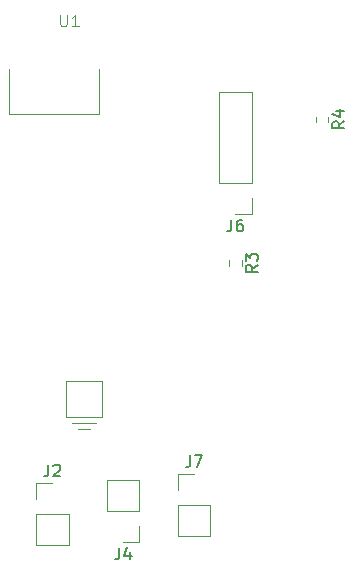
<source format=gbr>
%TF.GenerationSoftware,KiCad,Pcbnew,9.0.6*%
%TF.CreationDate,2026-02-24T10:32:46-08:00*%
%TF.ProjectId,techin514_final_sensor_pcb,74656368-696e-4353-9134-5f66696e616c,v0.1(draft)*%
%TF.SameCoordinates,Original*%
%TF.FileFunction,Legend,Top*%
%TF.FilePolarity,Positive*%
%FSLAX46Y46*%
G04 Gerber Fmt 4.6, Leading zero omitted, Abs format (unit mm)*
G04 Created by KiCad (PCBNEW 9.0.6) date 2026-02-24 10:32:46*
%MOMM*%
%LPD*%
G01*
G04 APERTURE LIST*
%ADD10C,0.150000*%
%ADD11C,0.100000*%
%ADD12C,0.120000*%
G04 APERTURE END LIST*
D10*
X228731327Y-155438819D02*
X228731327Y-156153104D01*
X228731327Y-156153104D02*
X228683708Y-156295961D01*
X228683708Y-156295961D02*
X228588470Y-156391200D01*
X228588470Y-156391200D02*
X228445613Y-156438819D01*
X228445613Y-156438819D02*
X228350375Y-156438819D01*
X229636089Y-155772152D02*
X229636089Y-156438819D01*
X229397994Y-155391200D02*
X229159899Y-156105485D01*
X229159899Y-156105485D02*
X229778946Y-156105485D01*
X234731327Y-147628819D02*
X234731327Y-148343104D01*
X234731327Y-148343104D02*
X234683708Y-148485961D01*
X234683708Y-148485961D02*
X234588470Y-148581200D01*
X234588470Y-148581200D02*
X234445613Y-148628819D01*
X234445613Y-148628819D02*
X234350375Y-148628819D01*
X235112280Y-147628819D02*
X235778946Y-147628819D01*
X235778946Y-147628819D02*
X235350375Y-148628819D01*
X247786980Y-119341666D02*
X247310789Y-119674999D01*
X247786980Y-119913094D02*
X246786980Y-119913094D01*
X246786980Y-119913094D02*
X246786980Y-119532142D01*
X246786980Y-119532142D02*
X246834599Y-119436904D01*
X246834599Y-119436904D02*
X246882218Y-119389285D01*
X246882218Y-119389285D02*
X246977456Y-119341666D01*
X246977456Y-119341666D02*
X247120313Y-119341666D01*
X247120313Y-119341666D02*
X247215551Y-119389285D01*
X247215551Y-119389285D02*
X247263170Y-119436904D01*
X247263170Y-119436904D02*
X247310789Y-119532142D01*
X247310789Y-119532142D02*
X247310789Y-119913094D01*
X247120313Y-118484523D02*
X247786980Y-118484523D01*
X246739361Y-118722618D02*
X247453646Y-118960713D01*
X247453646Y-118960713D02*
X247453646Y-118341666D01*
X240449480Y-131495666D02*
X239973289Y-131828999D01*
X240449480Y-132067094D02*
X239449480Y-132067094D01*
X239449480Y-132067094D02*
X239449480Y-131686142D01*
X239449480Y-131686142D02*
X239497099Y-131590904D01*
X239497099Y-131590904D02*
X239544718Y-131543285D01*
X239544718Y-131543285D02*
X239639956Y-131495666D01*
X239639956Y-131495666D02*
X239782813Y-131495666D01*
X239782813Y-131495666D02*
X239878051Y-131543285D01*
X239878051Y-131543285D02*
X239925670Y-131590904D01*
X239925670Y-131590904D02*
X239973289Y-131686142D01*
X239973289Y-131686142D02*
X239973289Y-132067094D01*
X239449480Y-131162332D02*
X239449480Y-130543285D01*
X239449480Y-130543285D02*
X239830432Y-130876618D01*
X239830432Y-130876618D02*
X239830432Y-130733761D01*
X239830432Y-130733761D02*
X239878051Y-130638523D01*
X239878051Y-130638523D02*
X239925670Y-130590904D01*
X239925670Y-130590904D02*
X240020908Y-130543285D01*
X240020908Y-130543285D02*
X240259003Y-130543285D01*
X240259003Y-130543285D02*
X240354241Y-130590904D01*
X240354241Y-130590904D02*
X240401861Y-130638523D01*
X240401861Y-130638523D02*
X240449480Y-130733761D01*
X240449480Y-130733761D02*
X240449480Y-131019475D01*
X240449480Y-131019475D02*
X240401861Y-131114713D01*
X240401861Y-131114713D02*
X240354241Y-131162332D01*
D11*
X223717756Y-110301419D02*
X223717756Y-111110942D01*
X223717756Y-111110942D02*
X223765375Y-111206180D01*
X223765375Y-111206180D02*
X223812994Y-111253800D01*
X223812994Y-111253800D02*
X223908232Y-111301419D01*
X223908232Y-111301419D02*
X224098708Y-111301419D01*
X224098708Y-111301419D02*
X224193946Y-111253800D01*
X224193946Y-111253800D02*
X224241565Y-111206180D01*
X224241565Y-111206180D02*
X224289184Y-111110942D01*
X224289184Y-111110942D02*
X224289184Y-110301419D01*
X225289184Y-111301419D02*
X224717756Y-111301419D01*
X225003470Y-111301419D02*
X225003470Y-110301419D01*
X225003470Y-110301419D02*
X224908232Y-110444276D01*
X224908232Y-110444276D02*
X224812994Y-110539514D01*
X224812994Y-110539514D02*
X224717756Y-110587133D01*
D10*
X238231327Y-127663819D02*
X238231327Y-128378104D01*
X238231327Y-128378104D02*
X238183708Y-128520961D01*
X238183708Y-128520961D02*
X238088470Y-128616200D01*
X238088470Y-128616200D02*
X237945613Y-128663819D01*
X237945613Y-128663819D02*
X237850375Y-128663819D01*
X239136089Y-127663819D02*
X238945613Y-127663819D01*
X238945613Y-127663819D02*
X238850375Y-127711438D01*
X238850375Y-127711438D02*
X238802756Y-127759057D01*
X238802756Y-127759057D02*
X238707518Y-127901914D01*
X238707518Y-127901914D02*
X238659899Y-128092390D01*
X238659899Y-128092390D02*
X238659899Y-128473342D01*
X238659899Y-128473342D02*
X238707518Y-128568580D01*
X238707518Y-128568580D02*
X238755137Y-128616200D01*
X238755137Y-128616200D02*
X238850375Y-128663819D01*
X238850375Y-128663819D02*
X239040851Y-128663819D01*
X239040851Y-128663819D02*
X239136089Y-128616200D01*
X239136089Y-128616200D02*
X239183708Y-128568580D01*
X239183708Y-128568580D02*
X239231327Y-128473342D01*
X239231327Y-128473342D02*
X239231327Y-128235247D01*
X239231327Y-128235247D02*
X239183708Y-128140009D01*
X239183708Y-128140009D02*
X239136089Y-128092390D01*
X239136089Y-128092390D02*
X239040851Y-128044771D01*
X239040851Y-128044771D02*
X238850375Y-128044771D01*
X238850375Y-128044771D02*
X238755137Y-128092390D01*
X238755137Y-128092390D02*
X238707518Y-128140009D01*
X238707518Y-128140009D02*
X238659899Y-128235247D01*
X222731327Y-148403819D02*
X222731327Y-149118104D01*
X222731327Y-149118104D02*
X222683708Y-149260961D01*
X222683708Y-149260961D02*
X222588470Y-149356200D01*
X222588470Y-149356200D02*
X222445613Y-149403819D01*
X222445613Y-149403819D02*
X222350375Y-149403819D01*
X223159899Y-148499057D02*
X223207518Y-148451438D01*
X223207518Y-148451438D02*
X223302756Y-148403819D01*
X223302756Y-148403819D02*
X223540851Y-148403819D01*
X223540851Y-148403819D02*
X223636089Y-148451438D01*
X223636089Y-148451438D02*
X223683708Y-148499057D01*
X223683708Y-148499057D02*
X223731327Y-148594295D01*
X223731327Y-148594295D02*
X223731327Y-148689533D01*
X223731327Y-148689533D02*
X223683708Y-148832390D01*
X223683708Y-148832390D02*
X223112280Y-149403819D01*
X223112280Y-149403819D02*
X223731327Y-149403819D01*
D12*
%TO.C,J4*%
X227684661Y-152334000D02*
X227684661Y-149684000D01*
X230444661Y-149684000D02*
X227684661Y-149684000D01*
X230444661Y-152334000D02*
X227684661Y-152334000D01*
X230444661Y-152334000D02*
X230444661Y-149684000D01*
X230444661Y-153604000D02*
X230444661Y-154984000D01*
X230444661Y-154984000D02*
X229064661Y-154984000D01*
%TO.C,J7*%
X233684661Y-149174000D02*
X235064661Y-149174000D01*
X233684661Y-150554000D02*
X233684661Y-149174000D01*
X233684661Y-151824000D02*
X233684661Y-154474000D01*
X233684661Y-151824000D02*
X236444661Y-151824000D01*
X233684661Y-154474000D02*
X236444661Y-154474000D01*
X236444661Y-151824000D02*
X236444661Y-154474000D01*
%TO.C,R4*%
X245379661Y-118937742D02*
X245379661Y-119412258D01*
X246424661Y-118937742D02*
X246424661Y-119412258D01*
%TO.C,R3*%
X238042161Y-131091742D02*
X238042161Y-131566258D01*
X239087161Y-131091742D02*
X239087161Y-131566258D01*
D11*
%TO.C,U1*%
X219399661Y-114884000D02*
X219399661Y-118694000D01*
X219399661Y-118694000D02*
X227019661Y-118694000D01*
X224225661Y-141300000D02*
X227273661Y-141300000D01*
X224225661Y-144348000D02*
X224225661Y-141300000D01*
X224733661Y-144856000D02*
X226765661Y-144856000D01*
X225241661Y-145364000D02*
X226257661Y-145364000D01*
X227019661Y-118694000D02*
X227019661Y-114884000D01*
X227273661Y-141300000D02*
X227273661Y-144348000D01*
X227273661Y-144348000D02*
X224225661Y-144348000D01*
D12*
%TO.C,J6*%
X237184661Y-124559000D02*
X237184661Y-116829000D01*
X239944661Y-116829000D02*
X237184661Y-116829000D01*
X239944661Y-124559000D02*
X237184661Y-124559000D01*
X239944661Y-124559000D02*
X239944661Y-116829000D01*
X239944661Y-125829000D02*
X239944661Y-127209000D01*
X239944661Y-127209000D02*
X238564661Y-127209000D01*
%TO.C,J2*%
X221684661Y-149949000D02*
X223064661Y-149949000D01*
X221684661Y-151329000D02*
X221684661Y-149949000D01*
X221684661Y-152599000D02*
X221684661Y-155249000D01*
X221684661Y-152599000D02*
X224444661Y-152599000D01*
X221684661Y-155249000D02*
X224444661Y-155249000D01*
X224444661Y-152599000D02*
X224444661Y-155249000D01*
%TD*%
M02*

</source>
